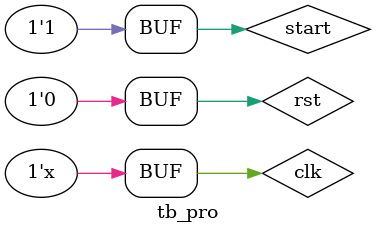
<source format=v>
`timescale 1ns / 1ps


module tb_pro(

    );
    
    reg             clk, rst, start;
    wire[31:0]      out1, out2;
    wire[31:0]    pc_output, pc_input, ram_input, ram_output;
    wire[31:0]    instruction, ALU_OUT;
    wire[5:0]       state;
    
    processor_1 RISC_COBA
    (
    .clk(clk), 
    .rst(rst), 
    .start(start),
    .out1(out1), 
    .out2(out2),
    .pc_output(pc_output),
    .pc_input(pc_input),
    .ram_input(ram_input), 
    .ram_output(ram_output),
    .instruction(instruction), 
    .ALU_OUT(ALU_OUT),
    .state(state)
    );
    
    initial
    begin
       clk = 1'd0; 
       rst = 1'd0;
       start = 1'd1;
    end
    
    always
    #2 clk = !clk;
   
   initial
   begin
    #5 rst = !rst;
    #5 rst = !rst;
       #10 start = !start;
       
   end
    
endmodule

</source>
